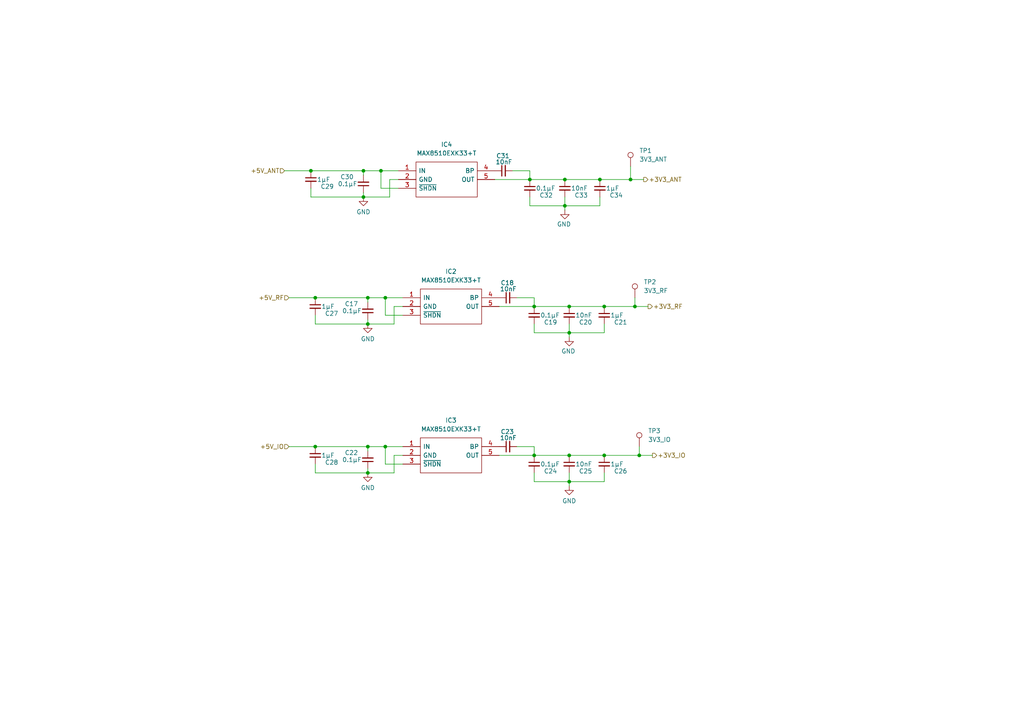
<source format=kicad_sch>
(kicad_sch (version 20250114) (generator "eeschema") (generator_version "9.0")
  (paper "A4")
  (title_block (title "Power") (company "K. Karpacz"))
  (lib_symbols
    (symbol "Connector:TestPoint" (pin_numbers (hide yes)) (pin_names (offset 0.762) (hide yes))
      (property "Reference" "TP" (at 0 6.858 0))
      (property "Value" "TestPoint" (at 0 5.08 0))
      (symbol "TestPoint_0_1"
        (circle (center 0 3.302) (radius 0.762))
      )
      (symbol "TestPoint_1_1"
        (pin passive line (at 0 0 90) (length 2.54) (name "1") (number "1"))
      )
    )
    (symbol "Device:C_Small" (pin_numbers (hide yes)) (pin_names (offset 0.254) (hide yes))
      (property "Reference" "C" (at 0.254 1.778 0))
      (property "Value" "C_Small" (at 0.254 -2.032 0))
      (symbol "C_Small_0_1"
        (polyline (pts (xy -1.524 0.508) (xy 1.524 0.508)) (stroke (width 0.3048)))
        (polyline (pts (xy -1.524 -0.508) (xy 1.524 -0.508)) (stroke (width 0.3302)))
      )
      (symbol "C_Small_1_1"
        (pin passive line (at 0 2.54 270) (length 2.032) (name "~") (number "1"))
        (pin passive line (at 0 -2.54 90) (length 2.032) (name "~") (number "2"))
      )
    )
    (symbol "MAX8510EXK33+T:MAX8510EXK33+T" (pin_names (offset 0.762))
      (property "Reference" "IC" (at 24.13 7.62 0))
      (property "Value" "MAX8510EXK33+T" (at 24.13 5.08 0))
      (symbol "MAX8510EXK33+T_0_0"
        (pin passive line (at 0 0 0) (length 5.08) (name "IN") (number "1"))
        (pin passive line (at 0 -2.54 0) (length 5.08) (name "GND") (number "2"))
        (pin passive line (at 0 -5.08 0) (length 5.08) (name "~{SHDN}") (number "3"))
        (pin passive line (at 27.94 0 180) (length 5.08) (name "BP") (number "4"))
        (pin passive line (at 27.94 -2.54 180) (length 5.08) (name "OUT") (number "5"))
      )
      (symbol "MAX8510EXK33+T_0_1"
        (polyline (pts (xy 5.08 2.54) (xy 22.86 2.54) (xy 22.86 -7.62) (xy 5.08 -7.62) (xy 5.08 2.54)) (stroke (width 0.1524)))
      )
    )
    (symbol "power:GND" (power) (pin_numbers (hide yes)) (pin_names (offset 0) (hide yes))
      (property "Value" "GND" (at 0 -3.81 0))
      (symbol "GND_0_1"
        (polyline (pts (xy 0 0) (xy 0 -1.27) (xy 1.27 -1.27) (xy 0 -2.54) (xy -1.27 -1.27) (xy 0 -1.27)))
      )
      (symbol "GND_1_1"
        (pin power_in line (at 0 0 270) (length 0) (name "~") (number "1"))
      )
    )
  )
  (junction (at 105.41 57.15))
  (junction (at 182.88 52.07))
  (junction (at 165.1 88.9))
  (junction (at 184.15 88.9))
  (junction (at 106.68 129.54))
  (junction (at 106.68 137.16))
  (junction (at 91.44 129.54))
  (junction (at 91.44 86.36))
  (junction (at 154.94 88.9))
  (junction (at 106.68 93.98))
  (junction (at 175.26 88.9))
  (junction (at 163.83 59.69))
  (junction (at 111.76 86.36))
  (junction (at 111.76 129.54))
  (junction (at 185.42 132.08))
  (junction (at 110.49 49.53))
  (junction (at 165.1 139.7))
  (junction (at 173.99 52.07))
  (junction (at 105.41 49.53))
  (junction (at 153.67 52.07))
  (junction (at 175.26 132.08))
  (junction (at 90.17 49.53))
  (junction (at 165.1 96.52))
  (junction (at 165.1 132.08))
  (junction (at 106.68 86.36))
  (junction (at 154.94 132.08))
  (junction (at 163.83 52.07))
  (wire (pts (xy 106.68 129.54) (xy 111.76 129.54)))
  (wire (pts (xy 165.1 137.16) (xy 165.1 139.7)))
  (wire (pts (xy 163.83 57.15) (xy 163.83 59.69)))
  (wire (pts (xy 116.84 88.9) (xy 114.3 88.9)))
  (wire (pts (xy 91.44 137.16) (xy 106.68 137.16)))
  (wire (pts (xy 106.68 93.98) (xy 114.3 93.98)))
  (wire (pts (xy 83.82 86.36) (xy 91.44 86.36)))
  (wire (pts (xy 90.17 57.15) (xy 105.41 57.15)))
  (wire (pts (xy 184.15 86.36) (xy 184.15 88.9)))
  (wire (pts (xy 165.1 139.7) (xy 175.26 139.7)))
  (wire (pts (xy 144.78 88.9) (xy 154.94 88.9)))
  (wire (pts (xy 82.55 49.53) (xy 90.17 49.53)))
  (wire (pts (xy 185.42 129.54) (xy 185.42 132.08)))
  (wire (pts (xy 111.76 86.36) (xy 116.84 86.36)))
  (wire (pts (xy 185.42 132.08) (xy 189.23 132.08)))
  (wire (pts (xy 163.83 59.69) (xy 173.99 59.69)))
  (wire (pts (xy 144.78 132.08) (xy 154.94 132.08)))
  (wire (pts (xy 106.68 130.81) (xy 106.68 129.54)))
  (wire (pts (xy 105.41 55.88) (xy 105.41 57.15)))
  (wire (pts (xy 154.94 129.54) (xy 154.94 132.08)))
  (wire (pts (xy 175.26 137.16) (xy 175.26 139.7)))
  (wire (pts (xy 148.59 49.53) (xy 153.67 49.53)))
  (wire (pts (xy 114.3 88.9) (xy 114.3 93.98)))
  (wire (pts (xy 106.68 137.16) (xy 114.3 137.16)))
  (wire (pts (xy 91.44 91.44) (xy 91.44 93.98)))
  (wire (pts (xy 105.41 50.8) (xy 105.41 49.53)))
  (wire (pts (xy 182.88 48.26) (xy 182.88 52.07)))
  (wire (pts (xy 91.44 86.36) (xy 106.68 86.36)))
  (wire (pts (xy 106.68 87.63) (xy 106.68 86.36)))
  (wire (pts (xy 154.94 96.52) (xy 165.1 96.52)))
  (wire (pts (xy 175.26 88.9) (xy 184.15 88.9)))
  (wire (pts (xy 153.67 57.15) (xy 153.67 59.69)))
  (wire (pts (xy 115.57 52.07) (xy 113.03 52.07)))
  (wire (pts (xy 110.49 49.53) (xy 115.57 49.53)))
  (wire (pts (xy 116.84 132.08) (xy 114.3 132.08)))
  (wire (pts (xy 154.94 86.36) (xy 154.94 88.9)))
  (wire (pts (xy 182.88 52.07) (xy 186.69 52.07)))
  (wire (pts (xy 106.68 86.36) (xy 111.76 86.36)))
  (wire (pts (xy 165.1 139.7) (xy 165.1 140.97)))
  (wire (pts (xy 116.84 91.44) (xy 111.76 91.44)))
  (wire (pts (xy 111.76 134.62) (xy 111.76 129.54)))
  (wire (pts (xy 163.83 52.07) (xy 173.99 52.07)))
  (wire (pts (xy 91.44 134.62) (xy 91.44 137.16)))
  (wire (pts (xy 113.03 52.07) (xy 113.03 57.15)))
  (wire (pts (xy 149.86 129.54) (xy 154.94 129.54)))
  (wire (pts (xy 165.1 88.9) (xy 175.26 88.9)))
  (wire (pts (xy 175.26 132.08) (xy 185.42 132.08)))
  (wire (pts (xy 153.67 49.53) (xy 153.67 52.07)))
  (wire (pts (xy 154.94 93.98) (xy 154.94 96.52)))
  (wire (pts (xy 165.1 96.52) (xy 165.1 97.79)))
  (wire (pts (xy 165.1 132.08) (xy 175.26 132.08)))
  (wire (pts (xy 154.94 137.16) (xy 154.94 139.7)))
  (wire (pts (xy 173.99 52.07) (xy 182.88 52.07)))
  (wire (pts (xy 105.41 57.15) (xy 113.03 57.15)))
  (wire (pts (xy 165.1 93.98) (xy 165.1 96.52)))
  (wire (pts (xy 154.94 132.08) (xy 165.1 132.08)))
  (wire (pts (xy 114.3 132.08) (xy 114.3 137.16)))
  (wire (pts (xy 163.83 59.69) (xy 163.83 60.96)))
  (wire (pts (xy 83.82 129.54) (xy 91.44 129.54)))
  (wire (pts (xy 143.51 52.07) (xy 153.67 52.07)))
  (wire (pts (xy 111.76 91.44) (xy 111.76 86.36)))
  (wire (pts (xy 184.15 88.9) (xy 187.96 88.9)))
  (wire (pts (xy 106.68 135.89) (xy 106.68 137.16)))
  (wire (pts (xy 116.84 134.62) (xy 111.76 134.62)))
  (wire (pts (xy 91.44 93.98) (xy 106.68 93.98)))
  (wire (pts (xy 90.17 54.61) (xy 90.17 57.15)))
  (wire (pts (xy 90.17 49.53) (xy 105.41 49.53)))
  (wire (pts (xy 154.94 139.7) (xy 165.1 139.7)))
  (wire (pts (xy 105.41 49.53) (xy 110.49 49.53)))
  (wire (pts (xy 173.99 57.15) (xy 173.99 59.69)))
  (wire (pts (xy 149.86 86.36) (xy 154.94 86.36)))
  (wire (pts (xy 106.68 92.71) (xy 106.68 93.98)))
  (wire (pts (xy 165.1 96.52) (xy 175.26 96.52)))
  (wire (pts (xy 91.44 129.54) (xy 106.68 129.54)))
  (wire (pts (xy 153.67 52.07) (xy 163.83 52.07)))
  (wire (pts (xy 111.76 129.54) (xy 116.84 129.54)))
  (wire (pts (xy 154.94 88.9) (xy 165.1 88.9)))
  (wire (pts (xy 115.57 54.61) (xy 110.49 54.61)))
  (wire (pts (xy 175.26 93.98) (xy 175.26 96.52)))
  (wire (pts (xy 110.49 54.61) (xy 110.49 49.53)))
  (wire (pts (xy 153.67 59.69) (xy 163.83 59.69)))
  (hierarchical_label "+3V3_ANT" (shape output) (at 186.69 52.07 0))
  (hierarchical_label "+5V_RF" (shape input) (at 83.82 86.36 180))
  (hierarchical_label "+3V3_RF" (shape output) (at 187.96 88.9 0))
  (hierarchical_label "+5V_ANT" (shape input) (at 82.55 49.53 180))
  (hierarchical_label "+5V_IO" (shape input) (at 83.82 129.54 180))
  (hierarchical_label "+3V3_IO" (shape output) (at 189.23 132.08 0))
  (symbol (lib_id "Device:C_Small") (at 165.1 134.62 0) (unit 1)
    (property "Reference" "C25" (at 167.894 136.652 0) (effects (justify left)))
    (property "Value" "10nF" (at 166.878 134.62 0) (effects (justify left)))
    (property "Footprint" "Capacitor_SMD:C_0603_1608Metric" (effects (hide yes)))
    (property "Description" "Unpolarized capacitor, small symbol" (effects (hide yes)))
  )
  (symbol (lib_id "Device:C_Small") (at 163.83 54.61 0) (unit 1)
    (property "Reference" "C33" (at 166.624 56.642 0) (effects (justify left)))
    (property "Value" "10nF" (at 165.608 54.61 0) (effects (justify left)))
    (property "Footprint" "Capacitor_SMD:C_0603_1608Metric" (effects (hide yes)))
    (property "Description" "Unpolarized capacitor, small symbol" (effects (hide yes)))
  )
  (symbol (lib_id "power:GND") (at 106.68 93.98 0) (unit 1)
    (property "Reference" "#PWR022" (effects (hide yes)))
    (property "Value" "GND" (at 106.68 98.298 0))
    (property "Description" "Power symbol creates a global label with name \"GND\" , ground" (effects (hide yes)))
  )
  (symbol (lib_id "Device:C_Small") (at 175.26 91.44 0) (unit 1)
    (property "Reference" "C21" (at 178.054 93.472 0) (effects (justify left)))
    (property "Value" "1μF" (at 177.038 91.44 0) (effects (justify left)))
    (property "Footprint" "Capacitor_SMD:C_0603_1608Metric" (effects (hide yes)))
    (property "Description" "Unpolarized capacitor, small symbol" (effects (hide yes)))
  )
  (symbol (lib_id "Device:C_Small") (at 106.68 90.17 180) (unit 1)
    (property "Reference" "C17" (at 103.886 88.138 0) (effects (justify left)))
    (property "Value" "0.1μF" (at 104.902 90.17 0) (effects (justify left)))
    (property "Footprint" "Capacitor_SMD:C_0603_1608Metric" (effects (hide yes)))
    (property "Description" "Unpolarized capacitor, small symbol" (effects (hide yes)))
  )
  (symbol (lib_id "Connector:TestPoint") (at 182.88 48.26 0) (unit 1)
    (property "Reference" "TP1" (at 185.42 43.6879 0) (effects (justify left)))
    (property "Value" "3V3_ANT" (at 185.42 46.2279 0) (effects (justify left)))
    (property "Footprint" "TestPoint:TestPoint_Pad_D1.5mm" (effects (hide yes)))
    (property "Description" "test point" (effects (hide yes)))
  )
  (symbol (lib_id "Device:C_Small") (at 105.41 53.34 180) (unit 1)
    (property "Reference" "C30" (at 102.616 51.308 0) (effects (justify left)))
    (property "Value" "0.1μF" (at 103.632 53.34 0) (effects (justify left)))
    (property "Footprint" "Capacitor_SMD:C_0603_1608Metric" (effects (hide yes)))
    (property "Description" "Unpolarized capacitor, small symbol" (effects (hide yes)))
  )
  (symbol (lib_id "Device:C_Small") (at 154.94 91.44 0) (unit 1)
    (property "Reference" "C19" (at 157.734 93.472 0) (effects (justify left)))
    (property "Value" "0.1μF" (at 156.718 91.44 0) (effects (justify left)))
    (property "Footprint" "Capacitor_SMD:C_0603_1608Metric" (effects (hide yes)))
    (property "Description" "Unpolarized capacitor, small symbol" (effects (hide yes)))
  )
  (symbol (lib_id "Connector:TestPoint") (at 184.15 86.36 0) (unit 1)
    (property "Reference" "TP2" (at 186.69 81.7879 0) (effects (justify left)))
    (property "Value" "3V3_RF" (at 186.69 84.3279 0) (effects (justify left)))
    (property "Footprint" "TestPoint:TestPoint_Pad_D1.5mm" (effects (hide yes)))
    (property "Description" "test point" (effects (hide yes)))
  )
  (symbol (lib_id "Device:C_Small") (at 91.44 132.08 0) (unit 1)
    (property "Reference" "C28" (at 94.234 134.112 0) (effects (justify left)))
    (property "Value" "1μF" (at 93.218 132.08 0) (effects (justify left)))
    (property "Footprint" "Capacitor_SMD:C_0603_1608Metric" (effects (hide yes)))
    (property "Description" "Unpolarized capacitor, small symbol" (effects (hide yes)))
  )
  (symbol (lib_id "power:GND") (at 106.68 137.16 0) (unit 1)
    (property "Reference" "#PWR025" (effects (hide yes)))
    (property "Value" "GND" (at 106.68 141.478 0))
    (property "Description" "Power symbol creates a global label with name \"GND\" , ground" (effects (hide yes)))
  )
  (symbol (lib_id "power:GND") (at 165.1 140.97 0) (unit 1)
    (property "Reference" "#PWR026" (effects (hide yes)))
    (property "Value" "GND" (at 165.1 145.288 0))
    (property "Description" "Power symbol creates a global label with name \"GND\" , ground" (effects (hide yes)))
  )
  (symbol (lib_id "Device:C_Small") (at 173.99 54.61 0) (unit 1)
    (property "Reference" "C34" (at 176.784 56.642 0) (effects (justify left)))
    (property "Value" "1μF" (at 175.768 54.61 0) (effects (justify left)))
    (property "Footprint" "Capacitor_SMD:C_0603_1608Metric" (effects (hide yes)))
    (property "Description" "Unpolarized capacitor, small symbol" (effects (hide yes)))
  )
  (symbol (lib_id "power:GND") (at 165.1 97.79 0) (unit 1)
    (property "Reference" "#PWR023" (effects (hide yes)))
    (property "Value" "GND" (at 164.846 101.854 0))
    (property "Description" "Power symbol creates a global label with name \"GND\" , ground" (effects (hide yes)))
  )
  (symbol (lib_id "Device:C_Small") (at 153.67 54.61 0) (unit 1)
    (property "Reference" "C32" (at 156.464 56.642 0) (effects (justify left)))
    (property "Value" "0.1μF" (at 155.448 54.61 0) (effects (justify left)))
    (property "Footprint" "Capacitor_SMD:C_0603_1608Metric" (effects (hide yes)))
    (property "Description" "Unpolarized capacitor, small symbol" (effects (hide yes)))
  )
  (symbol (lib_id "Device:C_Small") (at 146.05 49.53 90) (unit 1)
    (property "Reference" "C31" (at 147.828 45.212 90) (effects (justify left)))
    (property "Value" "10nF" (at 148.59 46.99 90) (effects (justify left)))
    (property "Footprint" "Capacitor_SMD:C_0603_1608Metric" (effects (hide yes)))
    (property "Description" "Unpolarized capacitor, small symbol" (effects (hide yes)))
  )
  (symbol (lib_id "power:GND") (at 105.41 57.15 0) (unit 1)
    (property "Reference" "#PWR024" (effects (hide yes)))
    (property "Value" "GND" (at 105.41 61.468 0))
    (property "Description" "Power symbol creates a global label with name \"GND\" , ground" (effects (hide yes)))
  )
  (symbol (lib_id "Device:C_Small") (at 90.17 52.07 0) (unit 1)
    (property "Reference" "C29" (at 92.964 54.102 0) (effects (justify left)))
    (property "Value" "1μF" (at 91.948 52.07 0) (effects (justify left)))
    (property "Footprint" "Capacitor_SMD:C_0603_1608Metric" (effects (hide yes)))
    (property "Description" "Unpolarized capacitor, small symbol" (effects (hide yes)))
  )
  (symbol (lib_id "MAX8510EXK33+T:MAX8510EXK33+T") (at 116.84 129.54 0) (unit 1)
    (property "Reference" "IC3" (at 130.81 121.92 0))
    (property "Value" "MAX8510EXK33+T" (at 130.81 124.46 0))
    (property "Footprint" "MAX8510EXK33+T:SOT65P210X110-5N" (effects (hide yes)))
    (property "Datasheet" "https://pdfserv.maximintegrated.com/en/ds/MAX8510-MAX8512.pdf" (effects (hide yes)))
    (property "Description" "MAXIM INTEGRATED PRODUCTS - MAX8510EXK33+T - Fixed LDO Voltage Regulator, 2V-6V in, 120mV Dropout, 3.3V/120mA out, SC-70-5" (effects (hide yes)))
    (property "Description_1" "MAXIM INTEGRATED PRODUCTS - MAX8510EXK33+T - Fixed LDO Voltage Regulator, 2V-6V in, 120mV Dropout, 3.3V/120mA out, SC-70-5" (effects (hide yes)))
    (property "Height" "1.1" (effects (hide yes)))
    (property "Mouser Part Number" "700-MAX8510EXK33T" (effects (hide yes)))
    (property "Mouser Price/Stock" "https://www.mouser.co.uk/ProductDetail/Maxim-Integrated/MAX8510EXK33%2bT?qs=Jw2w9zrI6w%252ByvyUPI6ObCQ%3D%3D" (effects (hide yes)))
    (property "Manufacturer_Name" "Analog Devices" (effects (hide yes)))
    (property "Manufacturer_Part_Number" "MAX8510EXK33+T" (effects (hide yes)))
  )
  (symbol (lib_id "Connector:TestPoint") (at 185.42 129.54 0) (unit 1)
    (property "Reference" "TP3" (at 187.96 124.9679 0) (effects (justify left)))
    (property "Value" "3V3_IO" (at 187.96 127.5079 0) (effects (justify left)))
    (property "Footprint" "TestPoint:TestPoint_Pad_D1.5mm" (effects (hide yes)))
    (property "Description" "test point" (effects (hide yes)))
  )
  (symbol (lib_id "Device:C_Small") (at 106.68 133.35 180) (unit 1)
    (property "Reference" "C22" (at 103.886 131.318 0) (effects (justify left)))
    (property "Value" "0.1μF" (at 104.902 133.35 0) (effects (justify left)))
    (property "Footprint" "Capacitor_SMD:C_0603_1608Metric" (effects (hide yes)))
    (property "Description" "Unpolarized capacitor, small symbol" (effects (hide yes)))
  )
  (symbol (lib_id "power:GND") (at 163.83 60.96 0) (unit 1)
    (property "Reference" "#PWR027" (effects (hide yes)))
    (property "Value" "GND" (at 163.576 65.024 0))
    (property "Description" "Power symbol creates a global label with name \"GND\" , ground" (effects (hide yes)))
  )
  (symbol (lib_id "Device:C_Small") (at 154.94 134.62 0) (unit 1)
    (property "Reference" "C24" (at 157.734 136.652 0) (effects (justify left)))
    (property "Value" "0.1μF" (at 156.718 134.62 0) (effects (justify left)))
    (property "Footprint" "Capacitor_SMD:C_0603_1608Metric" (effects (hide yes)))
    (property "Description" "Unpolarized capacitor, small symbol" (effects (hide yes)))
  )
  (symbol (lib_id "Device:C_Small") (at 147.32 129.54 90) (unit 1)
    (property "Reference" "C23" (at 149.098 125.222 90) (effects (justify left)))
    (property "Value" "10nF" (at 149.86 127 90) (effects (justify left)))
    (property "Footprint" "Capacitor_SMD:C_0603_1608Metric" (effects (hide yes)))
    (property "Description" "Unpolarized capacitor, small symbol" (effects (hide yes)))
  )
  (symbol (lib_id "Device:C_Small") (at 175.26 134.62 0) (unit 1)
    (property "Reference" "C26" (at 178.054 136.652 0) (effects (justify left)))
    (property "Value" "1μF" (at 177.038 134.62 0) (effects (justify left)))
    (property "Footprint" "Capacitor_SMD:C_0603_1608Metric" (effects (hide yes)))
    (property "Description" "Unpolarized capacitor, small symbol" (effects (hide yes)))
  )
  (symbol (lib_id "Device:C_Small") (at 147.32 86.36 90) (unit 1)
    (property "Reference" "C18" (at 149.098 82.042 90) (effects (justify left)))
    (property "Value" "10nF" (at 149.86 83.82 90) (effects (justify left)))
    (property "Footprint" "Capacitor_SMD:C_0603_1608Metric" (effects (hide yes)))
    (property "Description" "Unpolarized capacitor, small symbol" (effects (hide yes)))
  )
  (symbol (lib_id "Device:C_Small") (at 91.44 88.9 0) (unit 1)
    (property "Reference" "C27" (at 94.234 90.932 0) (effects (justify left)))
    (property "Value" "1μF" (at 93.218 88.9 0) (effects (justify left)))
    (property "Footprint" "Capacitor_SMD:C_0603_1608Metric" (effects (hide yes)))
    (property "Description" "Unpolarized capacitor, small symbol" (effects (hide yes)))
  )
  (symbol (lib_id "MAX8510EXK33+T:MAX8510EXK33+T") (at 116.84 86.36 0) (unit 1)
    (property "Reference" "IC2" (at 130.81 78.74 0))
    (property "Value" "MAX8510EXK33+T" (at 130.81 81.28 0))
    (property "Footprint" "MAX8510EXK33+T:SOT65P210X110-5N" (effects (hide yes)))
    (property "Datasheet" "https://pdfserv.maximintegrated.com/en/ds/MAX8510-MAX8512.pdf" (effects (hide yes)))
    (property "Description" "MAXIM INTEGRATED PRODUCTS - MAX8510EXK33+T - Fixed LDO Voltage Regulator, 2V-6V in, 120mV Dropout, 3.3V/120mA out, SC-70-5" (effects (hide yes)))
    (property "Description_1" "MAXIM INTEGRATED PRODUCTS - MAX8510EXK33+T - Fixed LDO Voltage Regulator, 2V-6V in, 120mV Dropout, 3.3V/120mA out, SC-70-5" (effects (hide yes)))
    (property "Height" "1.1" (effects (hide yes)))
    (property "Mouser Part Number" "700-MAX8510EXK33T" (effects (hide yes)))
    (property "Mouser Price/Stock" "https://www.mouser.co.uk/ProductDetail/Maxim-Integrated/MAX8510EXK33%2bT?qs=Jw2w9zrI6w%252ByvyUPI6ObCQ%3D%3D" (effects (hide yes)))
    (property "Manufacturer_Name" "Analog Devices" (effects (hide yes)))
    (property "Manufacturer_Part_Number" "MAX8510EXK33+T" (effects (hide yes)))
  )
  (symbol (lib_id "MAX8510EXK33+T:MAX8510EXK33+T") (at 115.57 49.53 0) (unit 1)
    (property "Reference" "IC4" (at 129.54 41.91 0))
    (property "Value" "MAX8510EXK33+T" (at 129.54 44.45 0))
    (property "Footprint" "MAX8510EXK33+T:SOT65P210X110-5N" (effects (hide yes)))
    (property "Datasheet" "https://pdfserv.maximintegrated.com/en/ds/MAX8510-MAX8512.pdf" (effects (hide yes)))
    (property "Description" "MAXIM INTEGRATED PRODUCTS - MAX8510EXK33+T - Fixed LDO Voltage Regulator, 2V-6V in, 120mV Dropout, 3.3V/120mA out, SC-70-5" (effects (hide yes)))
    (property "Description_1" "MAXIM INTEGRATED PRODUCTS - MAX8510EXK33+T - Fixed LDO Voltage Regulator, 2V-6V in, 120mV Dropout, 3.3V/120mA out, SC-70-5" (effects (hide yes)))
    (property "Height" "1.1" (effects (hide yes)))
    (property "Mouser Part Number" "700-MAX8510EXK33T" (effects (hide yes)))
    (property "Mouser Price/Stock" "https://www.mouser.co.uk/ProductDetail/Maxim-Integrated/MAX8510EXK33%2bT?qs=Jw2w9zrI6w%252ByvyUPI6ObCQ%3D%3D" (effects (hide yes)))
    (property "Manufacturer_Name" "Analog Devices" (effects (hide yes)))
    (property "Manufacturer_Part_Number" "MAX8510EXK33+T" (effects (hide yes)))
  )
  (symbol (lib_id "Device:C_Small") (at 165.1 91.44 0) (unit 1)
    (property "Reference" "C20" (at 167.894 93.472 0) (effects (justify left)))
    (property "Value" "10nF" (at 166.878 91.44 0) (effects (justify left)))
    (property "Footprint" "Capacitor_SMD:C_0603_1608Metric" (effects (hide yes)))
    (property "Description" "Unpolarized capacitor, small symbol" (effects (hide yes)))
  )
)
</source>
